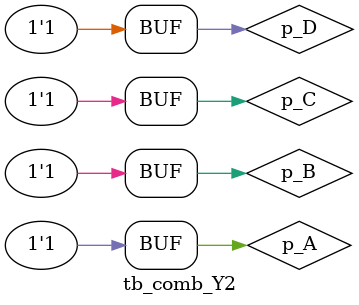
<source format=v>
`timescale 10ns / 1ns
`include "comb_Y2.v"

module tb_comb_Y2();

wire p_Y;
reg p_A, p_B, p_C, p_D;

initial 
begin
{p_A, p_B, p_C, p_D} = 4'b0;
#10 {p_A, p_B, p_C, p_D} = {p_A, p_B, p_C, p_D} + 1'b1;
#10 {p_A, p_B, p_C, p_D} = {p_A, p_B, p_C, p_D} + 1'b1;
#10 {p_A, p_B, p_C, p_D} = {p_A, p_B, p_C, p_D} + 1'b1;
#10 {p_A, p_B, p_C, p_D} = {p_A, p_B, p_C, p_D} + 1'b1;
#10 {p_A, p_B, p_C, p_D} = {p_A, p_B, p_C, p_D} + 1'b1;
#10 {p_A, p_B, p_C, p_D} = {p_A, p_B, p_C, p_D} + 1'b1;
#10 {p_A, p_B, p_C, p_D} = {p_A, p_B, p_C, p_D} + 1'b1;
#10 {p_A, p_B, p_C, p_D} = {p_A, p_B, p_C, p_D} + 1'b1;
#10 {p_A, p_B, p_C, p_D} = {p_A, p_B, p_C, p_D} + 1'b1;
#10 {p_A, p_B, p_C, p_D} = {p_A, p_B, p_C, p_D} + 1'b1;
#10 {p_A, p_B, p_C, p_D} = {p_A, p_B, p_C, p_D} + 1'b1;
#10 {p_A, p_B, p_C, p_D} = {p_A, p_B, p_C, p_D} + 1'b1;
#10 {p_A, p_B, p_C, p_D} = {p_A, p_B, p_C, p_D} + 1'b1;
#10 {p_A, p_B, p_C, p_D} = {p_A, p_B, p_C, p_D} + 1'b1;
#10 {p_A, p_B, p_C, p_D} = {p_A, p_B, p_C, p_D} + 1'b1;
end

comb_Y2 comb_y2(p_Y, p_A, p_B, p_C, p_D);

initial
$monitor("time: %tns, ", $time, "ABCD = %4b, Y2 = %b", {p_A, p_B, p_C, p_D}, p_Y);

endmodule
</source>
